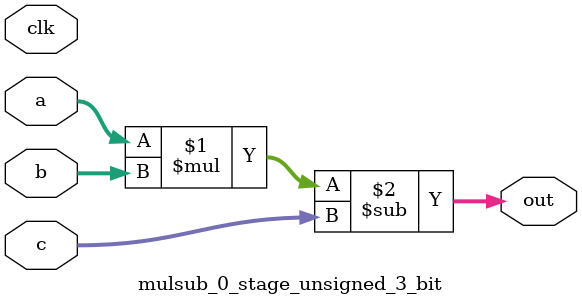
<source format=sv>
(* use_dsp = "yes" *) module mulsub_0_stage_unsigned_3_bit(
	input  [2:0] a,
	input  [2:0] b,
	input  [2:0] c,
	output [2:0] out,
	input clk);

	assign out = (a * b) - c;
endmodule

</source>
